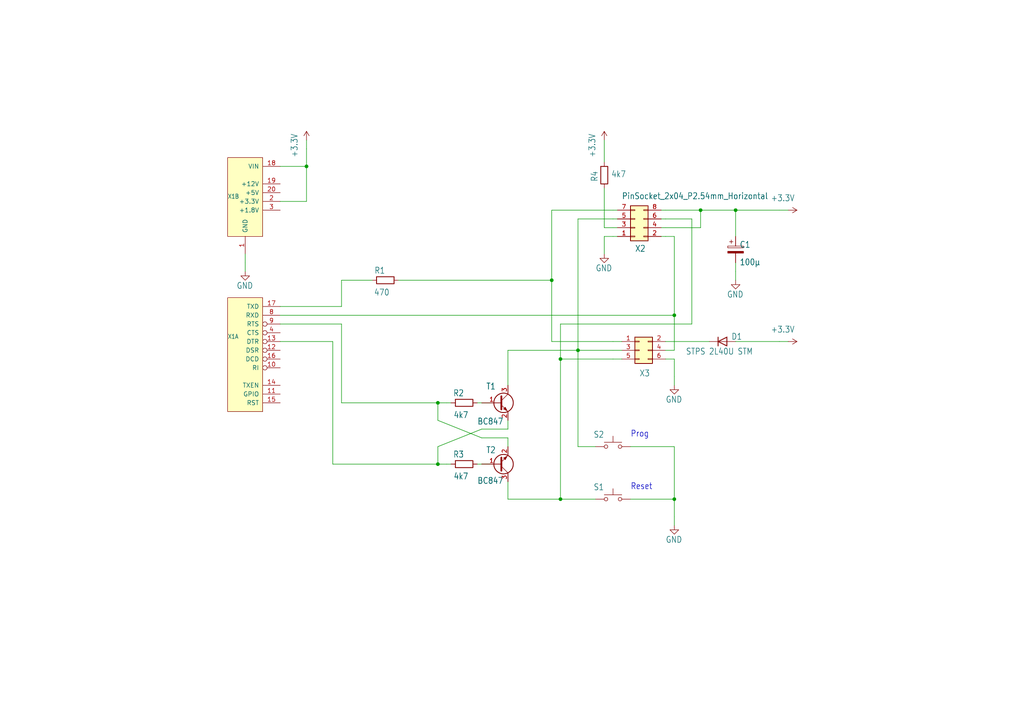
<source format=kicad_sch>
(kicad_sch (version 20250114) (generator "eeschema") (generator_version "9.0")
  (paper "A4")
  (title_block (date "2023-06-28"))
  (lib_symbols
    (symbol "AllSerial:AllSerial_Connector" (pin_names (offset 1.016))
      (property "Reference" "X" (at -5.08 19.05 0))
      (symbol "AllSerial_Connector_1_0"
        (pin output line (at 10.16 15.24 180) (length 5.08) (name "TXD") (number "17"))
        (pin input line (at 10.16 12.7 180) (length 5.08) (name "RXD") (number "8"))
        (pin output inverted (at 10.16 10.16 180) (length 5.08) (name "RTS") (number "9"))
        (pin input inverted (at 10.16 7.62 180) (length 5.08) (name "CTS") (number "4"))
        (pin output inverted (at 10.16 5.08 180) (length 5.08) (name "DTR") (number "13"))
        (pin input inverted (at 10.16 2.54 180) (length 5.08) (name "DSR") (number "12"))
        (pin input inverted (at 10.16 0 180) (length 5.08) (name "DCD") (number "16"))
        (pin input inverted (at 10.16 -2.54 180) (length 5.08) (name "RI") (number "10"))
        (pin output line (at 10.16 -7.62 180) (length 5.08) (name "TXEN") (number "14"))
        (pin bidirectional line (at 10.16 -10.16 180) (length 5.08) (name "GPIO") (number "11"))
        (pin bidirectional line (at 10.16 -12.7 180) (length 5.08) (name "RST") (number "15"))
      )
      (symbol "AllSerial_Connector_1_1"
        (rectangle (start -5.08 17.78) (end 5.08 -15.24) (fill (type background)))
      )
      (symbol "AllSerial_Connector_2_0"
        (pin bidirectional line (at 0 -10.16 90) (length 5.08) (name "GND") (number "1"))
        (pin bidirectional line (at 10.16 15.24 180) (length 5.08) (name "VIN") (number "18"))
        (pin bidirectional line (at 10.16 10.16 180) (length 5.08) (name "+12V") (number "19"))
        (pin bidirectional line (at 10.16 7.62 180) (length 5.08) (name "+5V") (number "20"))
        (pin bidirectional line (at 10.16 5.08 180) (length 5.08) (name "+3.3V") (number "2"))
        (pin bidirectional line (at 10.16 2.54 180) (length 5.08) (name "+1.8V") (number "3"))
      )
      (symbol "AllSerial_Connector_2_1"
        (rectangle (start -5.08 17.78) (end 5.08 -5.08) (fill (type background)))
      )
      (symbol "AllSerial_Connector_3_0"
        (pin bidirectional line (at 10.16 15.24 180) (length 5.08) (name "VUSB") (number "7"))
        (pin bidirectional line (at 10.16 12.7 180) (length 5.08) (name "D+") (number "6"))
        (pin bidirectional line (at 10.16 10.16 180) (length 5.08) (name "D-") (number "5"))
      )
      (symbol "AllSerial_Connector_3_1"
        (rectangle (start -5.08 17.78) (end 5.08 7.62) (fill (type background)))
      )
    )
    (symbol "Connector_Generic:Conn_02x03_Odd_Even" (pin_names (offset 1.016) (hide yes))
      (property "Reference" "J" (at 1.27 5.08 0))
      (property "Value" "Conn_02x03_Odd_Even" (at 1.27 -5.08 0))
      (symbol "Conn_02x03_Odd_Even_1_1"
        (rectangle (start -1.27 3.81) (end 3.81 -3.81) (stroke (width 0.254)) (fill (type background)))
        (rectangle (start -1.27 2.667) (end 0 2.413) (stroke (width 0.1524)))
        (rectangle (start -1.27 0.127) (end 0 -0.127) (stroke (width 0.1524)))
        (rectangle (start -1.27 -2.413) (end 0 -2.667) (stroke (width 0.1524)))
        (rectangle (start 3.81 2.667) (end 2.54 2.413) (stroke (width 0.1524)))
        (rectangle (start 3.81 0.127) (end 2.54 -0.127) (stroke (width 0.1524)))
        (rectangle (start 3.81 -2.413) (end 2.54 -2.667) (stroke (width 0.1524)))
        (pin passive line (at -5.08 2.54 0) (length 3.81) (name "Pin_1") (number "1"))
        (pin passive line (at -5.08 0 0) (length 3.81) (name "Pin_3") (number "3"))
        (pin passive line (at -5.08 -2.54 0) (length 3.81) (name "Pin_5") (number "5"))
        (pin passive line (at 7.62 2.54 180) (length 3.81) (name "Pin_2") (number "2"))
        (pin passive line (at 7.62 0 180) (length 3.81) (name "Pin_4") (number "4"))
        (pin passive line (at 7.62 -2.54 180) (length 3.81) (name "Pin_6") (number "6"))
      )
    )
    (symbol "Connector_Generic:Conn_02x04_Odd_Even" (pin_names (offset 1.016) (hide yes))
      (property "Reference" "J" (at 1.27 5.08 0))
      (property "Value" "Conn_02x04_Odd_Even" (at 1.27 -7.62 0))
      (symbol "Conn_02x04_Odd_Even_1_1"
        (rectangle (start -1.27 3.81) (end 3.81 -6.35) (stroke (width 0.254)) (fill (type background)))
        (rectangle (start -1.27 2.667) (end 0 2.413) (stroke (width 0.1524)))
        (rectangle (start -1.27 0.127) (end 0 -0.127) (stroke (width 0.1524)))
        (rectangle (start -1.27 -2.413) (end 0 -2.667) (stroke (width 0.1524)))
        (rectangle (start -1.27 -4.953) (end 0 -5.207) (stroke (width 0.1524)))
        (rectangle (start 3.81 2.667) (end 2.54 2.413) (stroke (width 0.1524)))
        (rectangle (start 3.81 0.127) (end 2.54 -0.127) (stroke (width 0.1524)))
        (rectangle (start 3.81 -2.413) (end 2.54 -2.667) (stroke (width 0.1524)))
        (rectangle (start 3.81 -4.953) (end 2.54 -5.207) (stroke (width 0.1524)))
        (pin passive line (at -5.08 2.54 0) (length 3.81) (name "Pin_1") (number "1"))
        (pin passive line (at -5.08 0 0) (length 3.81) (name "Pin_3") (number "3"))
        (pin passive line (at -5.08 -2.54 0) (length 3.81) (name "Pin_5") (number "5"))
        (pin passive line (at -5.08 -5.08 0) (length 3.81) (name "Pin_7") (number "7"))
        (pin passive line (at 7.62 2.54 180) (length 3.81) (name "Pin_2") (number "2"))
        (pin passive line (at 7.62 0 180) (length 3.81) (name "Pin_4") (number "4"))
        (pin passive line (at 7.62 -2.54 180) (length 3.81) (name "Pin_6") (number "6"))
        (pin passive line (at 7.62 -5.08 180) (length 3.81) (name "Pin_8") (number "8"))
      )
    )
    (symbol "Device:C_Polarized" (pin_numbers (hide yes)) (pin_names (offset 0.254))
      (property "Reference" "C" (at 0.635 2.54 0))
      (property "Value" "C_Polarized" (at 0.635 -2.54 0))
      (symbol "C_Polarized_0_1"
        (rectangle (start -2.286 0.508) (end 2.286 1.016))
        (polyline (pts (xy -1.778 2.286) (xy -0.762 2.286)))
        (polyline (pts (xy -1.27 2.794) (xy -1.27 1.778)))
        (rectangle (start 2.286 -0.508) (end -2.286 -1.016) (fill (type outline)))
      )
      (symbol "C_Polarized_1_1"
        (pin passive line (at 0 3.81 270) (length 2.794) (name "~") (number "1"))
        (pin passive line (at 0 -3.81 90) (length 2.794) (name "~") (number "2"))
      )
    )
    (symbol "Device:D" (pin_numbers (hide yes)) (pin_names (offset 1.016) (hide yes))
      (property "Reference" "D" (at 0 2.54 0))
      (property "Value" "D" (at 0 -2.54 0))
      (symbol "D_0_1"
        (polyline (pts (xy -1.27 1.27) (xy -1.27 -1.27)) (stroke (width 0.254)))
        (polyline (pts (xy 1.27 1.27) (xy 1.27 -1.27) (xy -1.27 0) (xy 1.27 1.27)) (stroke (width 0.254)))
        (polyline (pts (xy 1.27 0) (xy -1.27 0)))
      )
      (symbol "D_1_1"
        (pin passive line (at -3.81 0 0) (length 2.54) (name "K") (number "1"))
        (pin passive line (at 3.81 0 180) (length 2.54) (name "A") (number "2"))
      )
    )
    (symbol "Device:R" (pin_numbers (hide yes)) (pin_names (offset 0))
      (property "Reference" "R" (at 2.032 0 90))
      (property "Value" "R" (at 0 0 90))
      (symbol "R_0_1"
        (rectangle (start -1.016 -2.54) (end 1.016 2.54) (stroke (width 0.254)))
      )
      (symbol "R_1_1"
        (pin passive line (at 0 3.81 270) (length 1.27) (name "~") (number "1"))
        (pin passive line (at 0 -3.81 90) (length 1.27) (name "~") (number "2"))
      )
    )
    (symbol "Switch:SW_Push" (pin_numbers (hide yes)) (pin_names (offset 1.016) (hide yes))
      (property "Reference" "SW" (at 1.27 2.54 0))
      (property "Value" "SW_Push" (at 0 -1.524 0))
      (symbol "SW_Push_0_1"
        (circle (center -2.032 0) (radius 0.508))
        (polyline (pts (xy 0 1.27) (xy 0 3.048)))
        (circle (center 2.032 0) (radius 0.508))
        (polyline (pts (xy 2.54 1.27) (xy -2.54 1.27)))
        (pin passive line (at -5.08 0 0) (length 2.54) (name "1") (number "1"))
        (pin passive line (at 5.08 0 180) (length 2.54) (name "2") (number "2"))
      )
    )
    (symbol "Transistor_BJT:BC847" (pin_names (offset 0) (hide yes))
      (property "Reference" "Q" (at 5.08 1.905 0))
      (property "Value" "BC847" (at 5.08 0 0))
      (symbol "BC847_0_1"
        (polyline (pts (xy 0.635 1.905) (xy 0.635 -1.905) (xy 0.635 -1.905)) (stroke (width 0.508)))
        (polyline (pts (xy 0.635 0.635) (xy 2.54 2.54)))
        (polyline (pts (xy 0.635 -0.635) (xy 2.54 -2.54) (xy 2.54 -2.54)))
        (circle (center 1.27 0) (radius 2.8194) (stroke (width 0.254)))
        (polyline (pts (xy 1.27 -1.778) (xy 1.778 -1.27) (xy 2.286 -2.286) (xy 1.27 -1.778) (xy 1.27 -1.778)) (fill (type outline)))
      )
      (symbol "BC847_1_1"
        (pin input line (at -5.08 0 0) (length 5.715) (name "B") (number "1"))
        (pin passive line (at 2.54 5.08 270) (length 2.54) (name "C") (number "3"))
        (pin passive line (at 2.54 -5.08 90) (length 2.54) (name "E") (number "2"))
      )
    )
    (symbol "power:+3.3V" (power) (pin_names (offset 0))
      (property "Value" "+3.3V" (at 0 3.556 0))
      (symbol "+3.3V_0_1"
        (polyline (pts (xy -0.762 1.27) (xy 0 2.54)))
        (polyline (pts (xy 0 2.54) (xy 0.762 1.27)))
        (polyline (pts (xy 0 0) (xy 0 2.54)))
      )
      (symbol "+3.3V_1_1"
        (pin power_in line (at 0 0 90) (length 0) (hide yes) (name "+3.3V") (number "1"))
      )
    )
    (symbol "power:GND" (power) (pin_names (offset 0))
      (property "Value" "GND" (at 0 -3.81 0))
      (symbol "GND_0_1"
        (polyline (pts (xy 0 0) (xy 0 -1.27) (xy 1.27 -1.27) (xy 0 -2.54) (xy -1.27 -1.27) (xy 0 -1.27)))
      )
      (symbol "GND_1_1"
        (pin power_in line (at 0 0 270) (length 0) (hide yes) (name "GND") (number "1"))
      )
    )
  )
  (text "Reset" (at 182.88 142.24 0) (effects (font (size 1.778 1.5113)) (justify left bottom)))
  (text "Prog" (at 182.88 127 0) (effects (font (size 1.778 1.5113)) (justify left bottom)))
  (junction (at 203.2 60.96))
  (junction (at 127 116.84))
  (junction (at 213.36 60.96))
  (junction (at 160.02 81.28))
  (junction (at 167.64 101.6))
  (junction (at 127 134.62))
  (junction (at 195.58 144.78))
  (junction (at 162.56 144.78))
  (junction (at 195.58 91.44))
  (junction (at 88.9 48.26))
  (junction (at 162.56 104.14))
  (wire (pts (xy 193.04 68.58) (xy 195.58 68.58)) (stroke (width 0.1524)))
  (wire (pts (xy 175.26 45.72) (xy 175.26 46.99)))
  (wire (pts (xy 147.32 124.46) (xy 139.7 124.46)) (stroke (width 0.1524)))
  (wire (pts (xy 226.06 99.06) (xy 228.6 99.06)))
  (wire (pts (xy 162.56 93.98) (xy 162.56 104.14)) (stroke (width 0.1524)))
  (wire (pts (xy 177.8 104.14) (xy 180.34 104.14)))
  (wire (pts (xy 203.2 60.96) (xy 213.36 60.96)) (stroke (width 0.1524)))
  (wire (pts (xy 106.68 81.28) (xy 107.95 81.28)))
  (wire (pts (xy 127 116.84) (xy 99.06 116.84)) (stroke (width 0.1524)))
  (wire (pts (xy 177.8 66.04) (xy 179.07 66.04)))
  (wire (pts (xy 99.06 116.84) (xy 99.06 93.98)) (stroke (width 0.1524)))
  (wire (pts (xy 175.26 43.18) (xy 175.26 45.72)) (stroke (width 0.1524)))
  (wire (pts (xy 200.66 63.5) (xy 200.66 93.98)) (stroke (width 0.1524)))
  (wire (pts (xy 191.77 68.58) (xy 193.04 68.58)))
  (wire (pts (xy 116.84 81.28) (xy 160.02 81.28)) (stroke (width 0.1524)))
  (wire (pts (xy 99.06 88.9) (xy 99.06 81.28)) (stroke (width 0.1524)))
  (wire (pts (xy 129.54 116.84) (xy 130.81 116.84)))
  (wire (pts (xy 81.28 88.9) (xy 99.06 88.9)) (stroke (width 0.1524)))
  (wire (pts (xy 127 134.62) (xy 129.54 134.62)) (stroke (width 0.1524)))
  (wire (pts (xy 213.36 60.96) (xy 213.36 68.58)) (stroke (width 0.1524)))
  (wire (pts (xy 191.77 63.5) (xy 193.04 63.5)))
  (wire (pts (xy 213.36 78.74) (xy 213.36 81.28)))
  (wire (pts (xy 213.36 99.06) (xy 226.06 99.06)) (stroke (width 0.1524)))
  (wire (pts (xy 195.58 129.54) (xy 195.58 144.78)) (stroke (width 0.1524)))
  (wire (pts (xy 147.32 129.54) (xy 147.32 127)) (stroke (width 0.1524)))
  (wire (pts (xy 177.8 101.6) (xy 167.64 101.6)) (stroke (width 0.1524)))
  (wire (pts (xy 193.04 99.06) (xy 205.74 99.06)))
  (wire (pts (xy 177.8 68.58) (xy 175.26 68.58)) (stroke (width 0.1524)))
  (wire (pts (xy 226.06 60.96) (xy 228.6 60.96)))
  (wire (pts (xy 193.04 63.5) (xy 200.66 63.5)) (stroke (width 0.1524)))
  (wire (pts (xy 226.06 60.96) (xy 213.36 60.96)) (stroke (width 0.1524)))
  (wire (pts (xy 213.36 78.74) (xy 213.36 76.2)) (stroke (width 0.1524)))
  (wire (pts (xy 195.58 144.78) (xy 195.58 149.86)) (stroke (width 0.1524)))
  (wire (pts (xy 177.8 101.6) (xy 180.34 101.6)))
  (wire (pts (xy 147.32 101.6) (xy 147.32 111.76)) (stroke (width 0.1524)))
  (wire (pts (xy 177.8 63.5) (xy 167.64 63.5)) (stroke (width 0.1524)))
  (wire (pts (xy 167.64 63.5) (xy 167.64 101.6)) (stroke (width 0.1524)))
  (wire (pts (xy 167.64 129.54) (xy 167.64 101.6)) (stroke (width 0.1524)))
  (wire (pts (xy 81.28 48.26) (xy 88.9 48.26)) (stroke (width 0.1524)))
  (wire (pts (xy 195.58 68.58) (xy 195.58 91.44)) (stroke (width 0.1524)))
  (wire (pts (xy 162.56 144.78) (xy 147.32 144.78)) (stroke (width 0.1524)))
  (wire (pts (xy 127 134.62) (xy 96.52 134.62)) (stroke (width 0.1524)))
  (wire (pts (xy 96.52 99.06) (xy 81.28 99.06)) (stroke (width 0.1524)))
  (wire (pts (xy 193.04 60.96) (xy 203.2 60.96)) (stroke (width 0.1524)))
  (wire (pts (xy 195.58 101.6) (xy 193.04 101.6)) (stroke (width 0.1524)))
  (wire (pts (xy 191.77 66.04) (xy 193.04 66.04)))
  (wire (pts (xy 175.26 68.58) (xy 175.26 73.66)) (stroke (width 0.1524)))
  (wire (pts (xy 71.12 76.2) (xy 71.12 73.66)) (stroke (width 0.1524)))
  (wire (pts (xy 177.8 68.58) (xy 179.07 68.58)))
  (wire (pts (xy 160.02 99.06) (xy 177.8 99.06)) (stroke (width 0.1524)))
  (wire (pts (xy 147.32 121.92) (xy 147.32 124.46)) (stroke (width 0.1524)))
  (wire (pts (xy 88.9 48.26) (xy 88.9 43.18)) (stroke (width 0.1524)))
  (wire (pts (xy 71.12 76.2) (xy 71.12 78.74)))
  (wire (pts (xy 139.7 124.46) (xy 127 129.54)) (stroke (width 0.1524)))
  (wire (pts (xy 175.26 40.64) (xy 175.26 43.18)))
  (wire (pts (xy 177.8 60.96) (xy 179.07 60.96)))
  (wire (pts (xy 147.32 127) (xy 139.7 127)) (stroke (width 0.1524)))
  (wire (pts (xy 191.77 60.96) (xy 193.04 60.96)))
  (wire (pts (xy 127 129.54) (xy 127 134.62)) (stroke (width 0.1524)))
  (wire (pts (xy 160.02 60.96) (xy 160.02 81.28)) (stroke (width 0.1524)))
  (wire (pts (xy 99.06 81.28) (xy 106.68 81.28)) (stroke (width 0.1524)))
  (wire (pts (xy 139.7 116.84) (xy 142.24 116.84)) (stroke (width 0.1524)))
  (wire (pts (xy 138.43 116.84) (xy 139.7 116.84)))
  (wire (pts (xy 160.02 81.28) (xy 160.02 99.06)) (stroke (width 0.1524)))
  (wire (pts (xy 177.8 60.96) (xy 160.02 60.96)) (stroke (width 0.1524)))
  (wire (pts (xy 99.06 93.98) (xy 81.28 93.98)) (stroke (width 0.1524)))
  (wire (pts (xy 175.26 66.04) (xy 175.26 55.88)) (stroke (width 0.1524)))
  (wire (pts (xy 139.7 134.62) (xy 142.24 134.62)) (stroke (width 0.1524)))
  (wire (pts (xy 195.58 91.44) (xy 195.58 101.6)) (stroke (width 0.1524)))
  (wire (pts (xy 127 116.84) (xy 129.54 116.84)) (stroke (width 0.1524)))
  (wire (pts (xy 182.88 144.78) (xy 195.58 144.78)) (stroke (width 0.1524)))
  (wire (pts (xy 81.28 91.44) (xy 195.58 91.44)) (stroke (width 0.1524)))
  (wire (pts (xy 195.58 104.14) (xy 195.58 109.22)) (stroke (width 0.1524)))
  (wire (pts (xy 195.58 109.22) (xy 195.58 111.76)))
  (wire (pts (xy 138.43 134.62) (xy 139.7 134.62)))
  (wire (pts (xy 162.56 104.14) (xy 162.56 144.78)) (stroke (width 0.1524)))
  (wire (pts (xy 88.9 58.42) (xy 88.9 48.26)) (stroke (width 0.1524)))
  (wire (pts (xy 127 121.92) (xy 127 116.84)) (stroke (width 0.1524)))
  (wire (pts (xy 195.58 149.86) (xy 195.58 152.4)))
  (wire (pts (xy 177.8 104.14) (xy 162.56 104.14)) (stroke (width 0.1524)))
  (wire (pts (xy 96.52 134.62) (xy 96.52 99.06)) (stroke (width 0.1524)))
  (wire (pts (xy 177.8 66.04) (xy 175.26 66.04)) (stroke (width 0.1524)))
  (wire (pts (xy 193.04 66.04) (xy 203.2 66.04)) (stroke (width 0.1524)))
  (wire (pts (xy 115.57 81.28) (xy 116.84 81.28)))
  (wire (pts (xy 81.28 58.42) (xy 88.9 58.42)) (stroke (width 0.1524)))
  (wire (pts (xy 175.26 54.61) (xy 175.26 55.88)))
  (wire (pts (xy 200.66 93.98) (xy 162.56 93.98)) (stroke (width 0.1524)))
  (wire (pts (xy 139.7 127) (xy 127 121.92)) (stroke (width 0.1524)))
  (wire (pts (xy 129.54 134.62) (xy 130.81 134.62)))
  (wire (pts (xy 193.04 104.14) (xy 195.58 104.14)) (stroke (width 0.1524)))
  (wire (pts (xy 162.56 144.78) (xy 172.72 144.78)) (stroke (width 0.1524)))
  (wire (pts (xy 88.9 40.64) (xy 88.9 43.18)))
  (wire (pts (xy 177.8 99.06) (xy 180.34 99.06)))
  (wire (pts (xy 182.88 129.54) (xy 195.58 129.54)) (stroke (width 0.1524)))
  (wire (pts (xy 147.32 144.78) (xy 147.32 139.7)) (stroke (width 0.1524)))
  (wire (pts (xy 167.64 101.6) (xy 147.32 101.6)) (stroke (width 0.1524)))
  (wire (pts (xy 172.72 129.54) (xy 167.64 129.54)) (stroke (width 0.1524)))
  (wire (pts (xy 177.8 63.5) (xy 179.07 63.5)))
  (wire (pts (xy 203.2 60.96) (xy 203.2 66.04)) (stroke (width 0.1524)))
  (symbol (lib_id "Device:R") (at 134.62 134.62 90) (unit 1)
    (property "Reference" "R3" (at 134.62 130.81 90) (effects (font (size 1.778 1.5113)) (justify left bottom)))
    (property "Value" "4k7" (at 135.89 137.16 90) (effects (font (size 1.778 1.5113)) (justify left bottom)))
    (property "Footprint" "Resistor_SMD:R_0805_2012Metric" (effects (hide yes)))
  )
  (symbol (lib_id "power:+3.3V") (at 88.9 40.64 0) (unit 1)
    (property "Reference" "#+3V01" (effects (hide yes)))
    (property "Value" "+3.3V" (at 86.36 45.72 90) (effects (font (size 1.778 1.5113)) (justify left bottom)))
  )
  (symbol (lib_id "Transistor_BJT:BC847") (at 144.78 134.62 0) (mirror x) (unit 1)
    (property "Reference" "T2" (at 140.97 129.54 0) (effects (font (size 1.778 1.5113)) (justify left bottom)))
    (property "Value" "BC847" (at 138.43 138.43 0) (effects (font (size 1.778 1.5113)) (justify left bottom)))
    (property "Footprint" "Package_TO_SOT_SMD:SOT-23" (effects (hide yes)))
    (property "Datasheet" "http://www.infineon.com/dgdl/Infineon-BC847SERIES_BC848SERIES_BC849SERIES_BC850SERIES-DS-v01_01-en.pdf?fileId=db3a304314dca389011541d4630a1657" (effects (hide yes)))
  )
  (symbol (lib_id "Connector_Generic:Conn_02x03_Odd_Even") (at 185.42 101.6 0) (unit 1)
    (property "Reference" "X3" (at 185.42 109.22 0) (effects (font (size 1.778 1.5113)) (justify left bottom)))
    (property "Footprint" "Connector_IDC:IDC-Header_2x03_P2.54mm_Horizontal" (effects (hide yes)))
  )
  (symbol (lib_id "power:GND") (at 213.36 81.28 0) (unit 1)
    (property "Reference" "#GND05" (effects (hide yes)))
    (property "Value" "GND" (at 210.82 86.36 0) (effects (font (size 1.778 1.5113)) (justify left bottom)))
  )
  (symbol (lib_id "Switch:SW_Push") (at 177.8 129.54 0) (mirror y) (unit 1)
    (property "Reference" "S2" (at 175.26 127 0) (effects (font (size 1.778 1.5113)) (justify left bottom)))
    (property "Footprint" "Button_Switch_THT:SW_Tactile_SPST_Angled_PTS645Vx83-2LFS" (effects (hide yes)))
  )
  (symbol (lib_id "power:GND") (at 175.26 73.66 0) (unit 1)
    (property "Reference" "#GND04" (effects (hide yes)))
    (property "Value" "GND" (at 172.72 78.74 0) (effects (font (size 1.778 1.5113)) (justify left bottom)))
  )
  (symbol (lib_id "power:GND") (at 195.58 152.4 0) (unit 1)
    (property "Reference" "#GND03" (effects (hide yes)))
    (property "Value" "GND" (at 193.04 157.48 0) (effects (font (size 1.778 1.5113)) (justify left bottom)))
  )
  (symbol (lib_id "power:GND") (at 195.58 111.76 0) (unit 1)
    (property "Reference" "#GND02" (effects (hide yes)))
    (property "Value" "GND" (at 193.04 116.84 0) (effects (font (size 1.778 1.5113)) (justify left bottom)))
  )
  (symbol (lib_id "Transistor_BJT:BC847") (at 144.78 116.84 0) (unit 1)
    (property "Reference" "T1" (at 140.97 113.03 0) (effects (font (size 1.778 1.5113)) (justify left bottom)))
    (property "Value" "BC847" (at 138.43 123.19 0) (effects (font (size 1.778 1.5113)) (justify left bottom)))
    (property "Footprint" "Package_TO_SOT_SMD:SOT-23" (effects (hide yes)))
    (property "Datasheet" "http://www.infineon.com/dgdl/Infineon-BC847SERIES_BC848SERIES_BC849SERIES_BC850SERIES-DS-v01_01-en.pdf?fileId=db3a304314dca389011541d4630a1657" (effects (hide yes)))
  )
  (symbol (lib_id "Switch:SW_Push") (at 177.8 144.78 0) (mirror y) (unit 1)
    (property "Reference" "S1" (at 175.26 142.24 0) (effects (font (size 1.778 1.5113)) (justify left bottom)))
    (property "Footprint" "Button_Switch_THT:SW_Tactile_SPST_Angled_PTS645Vx83-2LFS" (effects (hide yes)))
  )
  (symbol (lib_id "Connector_Generic:Conn_02x04_Odd_Even") (at 184.15 66.04 0) (mirror x) (unit 1)
    (property "Reference" "X2" (at 184.15 71.12 0) (effects (font (size 1.778 1.5113)) (justify left bottom)))
    (property "Value" "PinSocket_2x04_P2.54mm_Horizontal" (at 180.34 55.88 0) (effects (font (size 1.778 1.5113)) (justify left bottom)))
    (property "Footprint" "Connector_PinSocket_2.54mm:PinSocket_2x04_P2.54mm_Horizontal" (effects (hide yes)))
  )
  (symbol (lib_id "AllSerial:AllSerial_Connector") (at 71.12 104.14 0) (unit 1)
    (property "Reference" "X1" (at 66.04 98.298 0) (effects (font (size 1.27 1.0795)) (justify left bottom)))
    (property "Value" "ALLSERIALSLAVE" (effects (hide yes)))
    (property "Footprint" "AllSerial:SlaveBoard" (effects (hide yes)))
  )
  (symbol (lib_id "power:+3.3V") (at 228.6 99.06 270) (unit 1)
    (property "Reference" "#+3V02" (effects (hide yes)))
    (property "Value" "+3.3V" (at 223.52 96.52 90) (effects (font (size 1.778 1.5113)) (justify left bottom)))
  )
  (symbol (lib_id "Device:R") (at 111.76 81.28 90) (unit 1)
    (property "Reference" "R1" (at 111.76 77.47 90) (effects (font (size 1.778 1.5113)) (justify left bottom)))
    (property "Value" "470" (at 113.03 83.82 90) (effects (font (size 1.778 1.5113)) (justify left bottom)))
    (property "Footprint" "Resistor_SMD:R_0805_2012Metric" (effects (hide yes)))
  )
  (symbol (lib_id "Device:D") (at 209.55 99.06 0) (unit 1)
    (property "Reference" "D1" (at 212.09 98.5774 0) (effects (font (size 1.778 1.5113)) (justify left bottom)))
    (property "Value" "STPS 2L40U STM" (at 198.882 102.8954 0) (effects (font (size 1.778 1.5113)) (justify left bottom)))
    (property "Footprint" "Diode_SMD:D_SMB" (effects (hide yes)))
    (property "Sim.Device" "D" (effects (hide yes)))
    (property "Sim.Pins" "1=K 2=A" (effects (hide yes)))
  )
  (symbol (lib_id "Device:C_Polarized") (at 213.36 72.39 0) (unit 1)
    (property "Reference" "C1" (at 214.503 71.9074 0) (effects (font (size 1.778 1.5113)) (justify left bottom)))
    (property "Value" "100µ" (at 214.503 76.9874 0) (effects (font (size 1.778 1.5113)) (justify left bottom)))
    (property "Footprint" "Capacitor_SMD:CP_Elec_6.3x5.4" (effects (hide yes)))
  )
  (symbol (lib_id "AllSerial:AllSerial_Connector") (at 71.12 63.5 0) (unit 2)
    (property "Reference" "X1" (at 66.04 57.658 0) (effects (font (size 1.27 1.0795)) (justify left bottom)))
    (property "Value" "ALLSERIALSLAVE" (effects (hide yes)))
    (property "Footprint" "AllSerial:SlaveBoard" (effects (hide yes)))
  )
  (symbol (lib_id "power:GND") (at 71.12 78.74 0) (unit 1)
    (property "Reference" "#GND01" (effects (hide yes)))
    (property "Value" "GND" (at 68.58 83.82 0) (effects (font (size 1.778 1.5113)) (justify left bottom)))
  )
  (symbol (lib_id "power:+3.3V") (at 228.6 60.96 270) (unit 1)
    (property "Reference" "#+3V03" (effects (hide yes)))
    (property "Value" "+3.3V" (at 223.52 58.42 90) (effects (font (size 1.778 1.5113)) (justify left bottom)))
  )
  (symbol (lib_id "Device:R") (at 175.26 50.8 180) (unit 1)
    (property "Reference" "R4" (at 171.45 49.53 90) (effects (font (size 1.778 1.5113)) (justify left bottom)))
    (property "Value" "4k7" (at 181.61 49.53 0) (effects (font (size 1.778 1.5113)) (justify left bottom)))
    (property "Footprint" "Resistor_SMD:R_0805_2012Metric" (effects (hide yes)))
  )
  (symbol (lib_id "Device:R") (at 134.62 116.84 90) (unit 1)
    (property "Reference" "R2" (at 134.62 113.03 90) (effects (font (size 1.778 1.5113)) (justify left bottom)))
    (property "Value" "4k7" (at 135.89 119.38 90) (effects (font (size 1.778 1.5113)) (justify left bottom)))
    (property "Footprint" "Resistor_SMD:R_0805_2012Metric" (effects (hide yes)))
  )
  (symbol (lib_id "power:+3.3V") (at 175.26 40.64 0) (unit 1)
    (property "Reference" "#+3V04" (effects (hide yes)))
    (property "Value" "+3.3V" (at 172.72 45.72 90) (effects (font (size 1.778 1.5113)) (justify left bottom)))
  )
)
</source>
